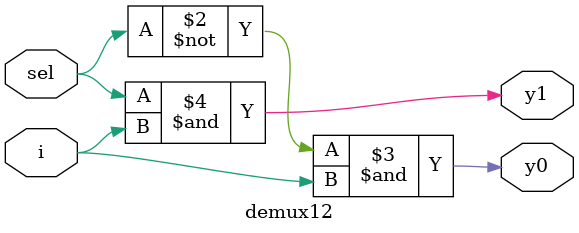
<source format=v>
/*module demux12(i,sel,y0,y1);
input i;
input sel;
output y0,y1;
assign y0= (~sel)&i;
assign y1= sel&i;
endmodule*/

module demux12(i,sel,y0,y1);
input i;
input sel;
output reg y0,y1;

always @(i,sel)

begin
     y0= (~sel)&i;
     y1= sel&i;
end

endmodule
</source>
